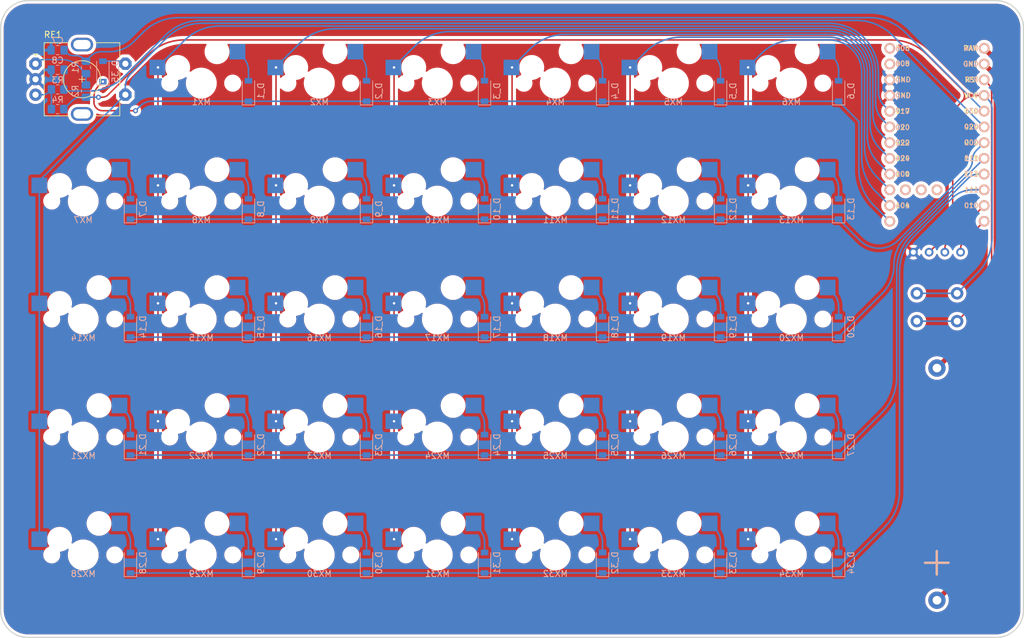
<source format=kicad_pcb>
(kicad_pcb (version 20211014) (generator pcbnew)
  (layers (0 "F.Cu" signal) (31 "B.Cu" signal) (34 "B.Paste" user) (35 "F.Paste" user) (36 "B.SilkS" user "B.Silkscreen") (37 "F.SilkS" user "F.Silkscreen") (38 "B.Mask" user) (39 "F.Mask" user) (44 "Edge.Cuts" user))
  (net 0 "")
  (net 1 "Net-(BATT1-Pad1)")
  (net 2 "Net-(BATT1-Pad2)")
  (net 3 "VCC")
  (net 4 "Net-(R1-Pad2)")
  (net 5 "Net-(SW1-Pad2)")
  (net 9 "Earth")
  (net 12 "row0")
  (net 13 "row1")
  (net 14 "row2")
  (net 15 "row3")
  (net 16 "row4")
  (net 17 "col1")
  (net 18 "col2")
  (net 19 "col3")
  (net 20 "col4")
  (net 21 "col5")
  (net 22 "col6")
  (net 23 "col0")
  (net 24 "Net-(OLED1-Pad3)")
  (net 25 "Net-(OLED1-Pad4)")
  (net 26 "Net-(D_1-Pad2)")
  (net 27 "Net-(D_2-Pad2)")
  (net 28 "Net-(D_3-Pad2)")
  (net 29 "Net-(D_4-Pad2)")
  (net 30 "Net-(R3-Pad1)")
  (net 31 "Net-(D_5-Pad2)")
  (net 32 "Net-(D_6-Pad2)")
  (net 33 "Net-(D_7-Pad2)")
  (net 34 "Net-(D_8-Pad2)")
  (net 35 "Net-(D_9-Pad2)")
  (net 36 "Net-(D_10-Pad2)")
  (net 37 "Net-(D_11-Pad2)")
  (net 38 "Net-(D_12-Pad2)")
  (net 39 "Net-(D_13-Pad2)")
  (net 40 "Net-(D_14-Pad2)")
  (net 41 "Net-(D_15-Pad2)")
  (net 42 "Net-(D_16-Pad2)")
  (net 43 "Net-(D_17-Pad2)")
  (net 44 "Net-(D_18-Pad2)")
  (net 45 "Net-(D_19-Pad2)")
  (net 46 "Net-(D_20-Pad2)")
  (net 47 "Net-(D_21-Pad2)")
  (net 48 "Net-(D_22-Pad2)")
  (net 49 "Net-(D_23-Pad2)")
  (net 50 "Net-(D_24-Pad2)")
  (net 51 "Net-(D_25-Pad2)")
  (net 52 "Net-(D_26-Pad2)")
  (net 53 "Net-(D_27-Pad2)")
  (net 54 "Net-(D_28-Pad2)")
  (net 55 "Net-(D_29-Pad2)")
  (net 56 "Net-(D_30-Pad2)")
  (net 57 "Net-(D_31-Pad2)")
  (net 58 "Net-(D_32-Pad2)")
  (net 59 "Net-(D_33-Pad2)")
  (net 60 "Net-(D_34-Pad2)")
  (net 61 "P0.31")
  (net 62 "P0.29")
  (net 63 "Net-(RE1-PadS2)")
  (footprint "MX_Only:MXOnly-1U-Hotswap-NoLED" (layer "F.Cu") (at 135.89 123.19)
    (fp_text reference "MX33")
    (fp_text value "MX-NoLED")
  )
  (footprint "MX_Only:MXOnly-1U-Hotswap-NoLED" (layer "F.Cu") (at 97.79 123.19)
    (fp_text reference "MX31")
    (fp_text value "MX-NoLED")
  )
  (footprint "MX_Only:MXOnly-1U-Hotswap-NoLED" (layer "F.Cu") (at 59.69 104.14)
    (fp_text reference "MX22")
    (fp_text value "MX-NoLED")
  )
  (footprint "MX_Only:MXOnly-1U-Hotswap-NoLED" (layer "F.Cu") (at 116.84 66.04)
    (fp_text reference "MX11")
    (fp_text value "MX-NoLED")
  )
  (footprint "yuchi_kbd_lib:OLED_4Pin" (layer "F.Cu") (at 178.425 74.295)
    (fp_text reference "OLED1" hide)
    (fp_text value "Conn_01x04" hide)
  )
  (footprint "MX_Only:MXOnly-1U-Hotswap-NoLED" (layer "F.Cu") (at 78.74 123.19)
    (fp_text reference "MX30")
    (fp_text value "MX-NoLED")
  )
  (footprint "MX_Only:MXOnly-1U-Hotswap-NoLED" (layer "F.Cu") (at 78.74 85.09)
    (fp_text reference "MX16")
    (fp_text value "MX-NoLED")
  )
  (footprint "MX_Only:MXOnly-1U-Hotswap-NoLED" (layer "F.Cu") (at 135.89 104.14)
    (fp_text reference "MX26")
    (fp_text value "MX-NoLED")
  )
  (footprint "MX_Only:MXOnly-1U-Hotswap-NoLED" (layer "F.Cu") (at 135.89 66.04)
    (fp_text reference "MX12")
    (fp_text value "MX-NoLED")
  )
  (footprint "MX_Only:MXOnly-1U-Hotswap-NoLED" (layer "F.Cu") (at 154.94 46.99)
    (fp_text reference "MX6")
    (fp_text value "MX-NoLED")
  )
  (footprint "MX_Only:MXOnly-1U-Hotswap-NoLED" (layer "F.Cu") (at 154.94 104.14)
    (fp_text reference "MX27")
    (fp_text value "MX-NoLED")
  )
  (footprint "MX_Only:MXOnly-1U-Hotswap-NoLED" (layer "F.Cu") (at 154.94 85.09)
    (fp_text reference "MX20")
    (fp_text value "MX-NoLED")
  )
  (footprint "MX_Only:MXOnly-1U-Hotswap-NoLED" (layer "F.Cu") (at 40.64 85.09)
    (fp_text reference "MX14")
    (fp_text value "MX-NoLED")
  )
  (footprint "MX_Only:MXOnly-1U-Hotswap-NoLED" (layer "F.Cu") (at 116.84 104.14)
    (fp_text reference "MX25")
    (fp_text value "MX-NoLED")
  )
  (footprint "Rotary_Encoder:RotaryEncoder_Alps_EC11E-Switch_Vertical_H20mm" (layer "F.Cu") (at 32.94 43.855)
    (fp_text reference "RE1")
    (fp_text value "RotaryEncoder_Switch")
  )
  (footprint "MX_Only:MXOnly-1U-Hotswap-NoLED" (layer "F.Cu") (at 40.64 104.14)
    (fp_text reference "MX21")
    (fp_text value "MX-NoLED")
  )
  (footprint "MX_Only:MXOnly-1U-Hotswap-NoLED" (layer "F.Cu") (at 135.89 85.09)
    (fp_text reference "MX19")
    (fp_text value "MX-NoLED")
  )
  (footprint "MX_Only:MXOnly-1U-Hotswap-NoLED" (layer "F.Cu") (at 154.94 123.19)
    (fp_text reference "MX34")
    (fp_text value "MX-NoLED")
  )
  (footprint "MX_Only:MXOnly-1U-Hotswap-NoLED" (layer "F.Cu") (at 40.64 66.04)
    (fp_text reference "MX7")
    (fp_text value "MX-NoLED")
  )
  (footprint "MX_Only:MXOnly-1U-Hotswap-NoLED" (layer "F.Cu") (at 59.69 66.04)
    (fp_text reference "MX8")
    (fp_text value "MX-NoLED")
  )
  (footprint "nice-nano-kicad-master:nice_nano" (layer "F.Cu") (at 178.435 55.32675 -90)
    (fp_text reference "U1" hide)
    (fp_text value "nice_nano" hide)
  )
  (footprint "MX_Only:MXOnly-1U-Hotswap-NoLED" (layer "F.Cu") (at 78.74 66.04)
    (fp_text reference "MX9")
    (fp_text value "MX-NoLED")
  )
  (footprint "MX_Only:MXOnly-1U-Hotswap-NoLED" (layer "F.Cu") (at 97.79 104.14)
    (fp_text reference "MX24")
    (fp_text value "MX-NoLED")
  )
  (footprint "MX_Only:MXOnly-1U-Hotswap-NoLED" (layer "F.Cu") (at 59.69 46.99)
    (fp_text reference "MX1")
    (fp_text value "MX-NoLED")
  )
  (footprint "MX_Only:MXOnly-1U-Hotswap-NoLED" (layer "F.Cu") (at 97.79 46.99)
    (fp_text reference "MX3")
    (fp_text value "MX-NoLED")
  )
  (footprint "MX_Only:MXOnly-1U-Hotswap-NoLED" (layer "F.Cu") (at 97.79 85.09)
    (fp_text reference "MX17")
    (fp_text value "MX-NoLED")
  )
  (footprint "MX_Only:MXOnly-1U-Hotswap-NoLED" (layer "F.Cu") (at 59.69 123.19)
    (fp_text reference "MX29")
    (fp_text value "MX-NoLED")
  )
  (footprint "Button_Switch_THT:SW_PUSH_6mm_H5mm" (layer "F.Cu") (at 175.185 80.935)
    (fp_text reference "SW1" hide)
    (fp_text value "SW_Push_Dual")
  )
  (footprint "MX_Only:MXOnly-1U-Hotswap-NoLED" (layer "F.Cu") (at 97.79 66.04)
    (fp_text reference "MX10")
    (fp_text value "MX-NoLED")
  )
  (footprint "MX_Only:MXOnly-1U-Hotswap-NoLED" (layer "F.Cu") (at 154.94 66.04)
    (fp_text reference "MX13")
    (fp_text value "MX-NoLED")
  )
  (footprint "MX_Only:MXOnly-1U-Hotswap-NoLED" (layer "F.Cu") (at 40.64 123.19)
    (fp_text reference "MX28")
    (fp_text value "MX-NoLED")
  )
  (footprint "Capacitor_THT:C_Rect_L41.5mm_W20.0mm_P37.50mm_MKS4" (layer "F.Cu") (at 178.435 93.01 -90)
    (fp_text reference "BATT1" hide)
    (fp_text value "Conn_02x01")
  )
  (footprint "MX_Only:MXOnly-1U-Hotswap-NoLED" (layer "F.Cu") (at 59.69 85.09)
    (fp_text reference "MX15")
    (fp_text value "MX-NoLED")
  )
  (footprint "MX_Only:MXOnly-1U-Hotswap-NoLED" (layer "F.Cu") (at 78.74 104.14)
    (fp_text reference "MX23")
    (fp_text value "MX-NoLED")
  )
  (footprint "MX_Only:MXOnly-1U-Hotswap-NoLED" (layer "F.Cu") (at 135.89 46.99)
    (fp_text reference "MX5")
    (fp_text value "MX-NoLED")
  )
  (footprint "MX_Only:MXOnly-1U-Hotswap-NoLED" (layer "F.Cu") (at 116.84 123.19)
    (fp_text reference "MX32")
    (fp_text value "MX-NoLED")
  )
  (footprint "MX_Only:MXOnly-1U-Hotswap-NoLED" (layer "F.Cu") (at 116.84 85.09)
    (fp_text reference "MX18")
    (fp_text value "MX-NoLED")
  )
  (footprint "MX_Only:MXOnly-1U-Hotswap-NoLED" (layer "F.Cu") (at 78.74 46.99)
    (fp_text reference "MX2")
    (fp_text value "MX-NoLED")
  )
  (footprint "MX_Only:MXOnly-1U-Hotswap-NoLED" (layer "F.Cu") (at 116.84 46.99)
    (fp_text reference "MX4")
    (fp_text value "MX-NoLED")
  )
  (footprint "Diode_SMD:D_SOD-123" (layer "B.Cu") (at 86.36 105.41 90)
    (fp_text reference "D_23")
    (fp_text value "D")
  )
  (footprint "Resistor_SMD:R_0805_2012Metric_Pad1.20x1.40mm_HandSolder" (layer "B.Cu") (at 36.507 51.181 180)
    (fp_text reference "R4")
    (fp_text value "R_Small")
  )
  (footprint "Diode_SMD:D_SOD-123" (layer "B.Cu") (at 67.31 105.41 90)
    (fp_text reference "D_22")
    (fp_text value "D")
  )
  (footprint "Diode_SMD:D_SOD-123" (layer "B.Cu") (at 124.46 67.31 90)
    (fp_text reference "D_11")
    (fp_text value "D")
  )
  (footprint "Diode_SMD:D_SOD-123" (layer "B.Cu") (at 48.26 124.46 90)
    (fp_text reference "D_28")
    (fp_text value "D")
  )
  (footprint "Diode_SMD:D_SOD-123" (layer "B.Cu") (at 143.51 86.36 90)
    (fp_text reference "D_19")
    (fp_text value "D")
  )
  (footprint "Diode_SMD:D_SOD-123" (layer "B.Cu") (at 67.31 48.26 90)
    (fp_text reference "D_1")
    (fp_text value "D")
  )
  (footprint "Diode_SMD:D_SOD-123" (layer "B.Cu") (at 48.26 105.41 90)
    (fp_text reference "D_21")
    (fp_text value "D")
  )
  (footprint "Diode_SMD:D_SOD-123" (layer "B.Cu") (at 162.56 86.36 90)
    (fp_text reference "D_20")
    (fp_text value "D")
  )
  (footprint "Diode_SMD:D_SOD-123" (layer "B.Cu") (at 105.41 105.41 90)
    (fp_text reference "D_24")
    (fp_text value "D")
  )
  (footprint "Diode_SMD:D_SOD-123" (layer "B.Cu") (at 86.36 86.36 90)
    (fp_text reference "D_16")
    (fp_text value "D")
  )
  (footprint "Capacitor_SMD:C_0805_2012Metric_Pad1.18x1.45mm_HandSolder" (layer "B.Cu") (at 36.507 41.656)
    (fp_text reference "C7")
    (fp_text value "C_Small")
  )
  (footprint "Diode_SMD:D_SOD-123" (layer "B.Cu") (at 143.51 67.31 90)
    (fp_text reference "D_12")
    (fp_text value "D")
  )
  (footprint "Diode_SMD:D_SOD-123" (layer "B.Cu") (at 162.56 48.26 90)
    (fp_text reference "D_6")
    (fp_text value "D")
  )
  (footprint "Diode_SMD:D_SOD-123" (layer "B.Cu") (at 48.26 67.31 90)
    (fp_text reference "D_7")
    (fp_text value "D")
  )
  (footprint "Diode_SMD:D_SOD-123" (layer "B.Cu") (at 124.46 48.26 90)
    (fp_text reference "D_4")
    (fp_text value "D")
  )
  (footprint "Diode_SMD:D_SOD-123" (layer "B.Cu") (at 105.41 48.26 90)
    (fp_text reference "D_3")
    (fp_text value "D")
  )
  (footprint "Diode_SMD:D_SOD-123" (layer "B.Cu") (at 67.31 124.46 90)
    (fp_text reference "D_29")
    (fp_text value "D")
  )
  (footprint "Diode_SMD:D_SOD-123" (layer "B.Cu") (at 86.36 67.31 90)
    (fp_text reference "D_9")
    (fp_text value "D")
  )
  (footprint "Diode_SMD:D_SOD-123" (layer "B.Cu") (at 124.46 124.46 90)
    (fp_text reference "D_32")
    (fp_text value "D")
  )
  (footprint "Capacitor_SMD:C_0805_2012Metric_Pad1.18x1.45mm_HandSolder" (layer "B.Cu") (at 36.507 44.831 180)
    (fp_text reference "C8")
    (fp_text value "C_Small")
  )
  (footprint "Diode_SMD:D_SOD-123" (layer "B.Cu") (at 86.36 124.46 90)
    (fp_text reference "D_30")
    (fp_text value "D")
  )
  (footprint "Resistor_SMD:R_0805_2012Metric_Pad1.20x1.40mm_HandSolder" (layer "B.Cu") (at 41.079 44.45 -90)
    (fp_text reference "R1")
    (fp_text value "R_Small")
  )
  (footprint "Diode_SMD:D_SOD-123" (layer "B.Cu") (at 162.56 105.41 90)
    (fp_text reference "D_27")
    (fp_text value "D")
  )
  (footprint "Diode_SMD:D_SOD-123" (layer "B.Cu") (at 67.31 67.31 90)
    (fp_text reference "D_8")
    (fp_text value "D")
  )
  (footprint "Diode_SMD:D_SOD-123" (layer "B.Cu") (at 86.36 48.26 90)
    (fp_text reference "D_2")
    (fp_text value "D")
  )
  (footprint "Diode_SMD:D_SOD-123" (layer "B.Cu") (at 43.815 45.085 90)
    (fp_text reference "D_35")
    (fp_text value "D")
  )
  (footprint "Diode_SMD:D_SOD-123" (layer "B.Cu") (at 48.26 86.36 90)
    (fp_text reference "D_14")
    (fp_text value "D")
  )
  (footprint "Diode_SMD:D_SOD-123" (layer "B.Cu") (at 105.41 124.46 90)
    (fp_text reference "D_31")
    (fp_text value "D")
  )
  (footprint "Diode_SMD:D_SOD-123" (layer "B.Cu") (at 124.46 105.41 90)
    (fp_text reference "D_25")
    (fp_text value "D")
  )
  (footprint "Diode_SMD:D_SOD-123" (layer "B.Cu") (at 143.51 124.46 90)
    (fp_text reference "D_33")
    (fp_text value "D")
  )
  (footprint "Resistor_SMD:R_0805_2012Metric_Pad1.20x1.40mm_HandSolder" (layer "B.Cu") (at 36.507 48.006)
    (fp_text reference "R3")
    (fp_text value "R_Small")
  )
  (footprint "Diode_SMD:D_SOD-123" (layer "B.Cu") (at 143.51 48.26 90)
    (fp_text reference "D_5")
    (fp_text value "D")
  )
  (footprint "Diode_SMD:D_SOD-123" (layer "B.Cu") (at 143.51 105.41 90)
    (fp_text reference "D_26")
    (fp_text value "D")
  )
  (footprint "Diode_SMD:D_SOD-123" (layer "B.Cu") (at 162.56 67.31 90)
    (fp_text reference "D_13")
    (fp_text value "D")
  )
  (footprint "Diode_SMD:D_SOD-123" (layer "B.Cu") (at 105.41 67.31 90)
    (fp_text reference "D_10")
    (fp_text value "D")
  )
  (footprint "Diode_SMD:D_SOD-123" (layer "B.Cu") (at 105.41 86.36 90)
    (fp_text reference "D_17")
    (fp_text value "D")
  )
  (footprint "Diode_SMD:D_SOD-123" (layer "B.Cu") (at 67.31 86.36 90)
    (fp_text reference "D_15")
    (fp_text value "D")
  )
  (footprint "Diode_SMD:D_SOD-123" (layer "B.Cu") (at 124.46 86.36 90)
    (fp_text reference "D_18")
    (fp_text value "D")
  )
  (footprint "Resistor_SMD:R_0805_2012Metric_Pad1.20x1.40mm_HandSolder" (layer "B.Cu") (at 41.079 48.26 90)
    (fp_text reference "R2")
    (fp_text value "R_Small")
  )
  (footprint "Diode_SMD:D_SOD-123" (layer "B.Cu") (at 162.56 124.46 90)
    (fp_text reference "D_34")
    (fp_text value "D")
  )
  (gr_arc (start 31.75 136.525) (mid 28.602727 135.227273) (end 27.305 132.08) (layer "Edge.Cuts") (width 0.2))
  (gr_arc (start 192.405 132.08) (mid 191.107487 135.227487) (end 187.96 136.525) (layer "Edge.Cuts") (width 0.2))
  (gr_line (start 187.96 33.655) (end 31.75 33.655) (layer "Edge.Cuts") (width 0.2))
  (gr_arc (start 187.96 33.655) (mid 191.106908 34.953092) (end 192.405 38.1) (layer "Edge.Cuts") (width 0.2))
  (gr_line (start 27.305 38.1) (end 27.305 132.08) (layer "Edge.Cuts") (width 0.2))
  (gr_arc (start 27.305 38.1) (mid 28.60691 34.95691) (end 31.75 33.655) (layer "Edge.Cuts") (width 0.2))
  (gr_line (start 31.75 136.525) (end 187.96 136.525) (layer "Edge.Cuts") (width 0.2))
  (gr_line (start 192.405 132.08) (end 192.405 38.1) (layer "Edge.Cuts") (width 0.2))
  (segment (start 187.017665 44.859415) (end 186.055 43.89675) (width 0.8) (layer "F.Cu") (net 1))
  (segment (start 187.980331 80.083721) (end 187.980331 47.183495) (width 0.8) (layer "F.Cu") (net 1))
  (segment (start 185.58964 85.855359) (end 178.435 93.01) (width 0.8) (layer "F.Cu") (net 1))
  (arc (start 187.017665 44.859415) (mid 187.730142 45.925712) (end 187.980331 47.183495) (width 0.8) (layer "F.Cu") (net 1))
  (arc (start 187.980331 80.083721) (mid 187.35901 83.207309) (end 185.58964 85.855359) (width 0.8) (layer "F.Cu") (net 1))
  (segment (start 186.589159 122.35584) (end 178.435 130.51) (width 0.8) (layer "F.Cu") (net 2))
  (segment (start 188.97985 46.349781) (end 188.97985 116.584202) (width 0.8) (layer "F.Cu") (net 2))
  (segment (start 187.517425 42.819175) (end 186.055 41.35675) (width 0.8) (layer "F.Cu") (net 2))
  (arc (start 188.97985 116.584202) (mid 188.358529 119.70779) (end 186.589159 122.35584) (width 0.8) (layer "F.Cu") (net 2))
  (arc (start 187.517425 42.819175) (mid 188.599778 44.43903) (end 188.97985 46.349781) (width 0.8) (layer "F.Cu") (net 2))
  (segment (start 44.685425 48.844574) (end 51.134309 42.39569) (width 0.25) (layer "F.Cu") (net 3))
  (segment (start 176.85219 42.39569) (end 182.506321 48.049821) (width 0.25) (layer "F.Cu") (net 3))
  (segment (start 171.080552 40.005) (end 56.905947 40.005) (width 0.25) (layer "F.Cu") (net 3))
  (segment (start 184.744125 48.97675) (end 186.055 48.97675) (width 0.25) (layer "F.Cu") (net 3))
  (segment (start 182.506321 49.903678) (end 182.204125 50.205875) (width 0.25) (layer "F.Cu") (net 3))
  (segment (start 43.095 49.26) (end 43.095 49.165) (width 0.25) (layer "F.Cu") (net 3))
  (segment (start 179.07 72.39) (end 177.165 74.295) (width 0.25) (layer "F.Cu") (net 3))
  (segment (start 180.975 67.790923) (end 180.975 53.173245) (width 0.25) (layer "F.Cu") (net 3))
  (segment (start 43.095 49.26) (end 43.6825 49.26) (width 0.25) (layer "F.Cu") (net 3))
  (via (at 43.095 49.26) (size 0.8) (drill 0.4) (layers "F.Cu" "B.Cu") (net 3))
  (arc (start 184.744125 48.97675) (mid 183.533034 49.21765) (end 182.506321 49.903678) (width 0.25) (layer "F.Cu") (net 3))
  (arc (start 44.685425 48.844574) (mid 44.225279 49.152034) (end 43.6825 49.26) (width 0.25) (layer "F.Cu") (net 3))
  (arc (start 176.85219 42.39569) (mid 174.20414 40.62632) (end 171.080552 40.005) (width 0.25) (layer "F.Cu") (net 3))
  (arc (start 182.506321 49.903678) (mid 182.890267 48.976749) (end 182.506321 48.049821) (width 0.25) (layer "F.Cu") (net 3))
  (arc (start 182.204125 50.205875) (mid 181.294439 51.567315) (end 180.975 53.173245) (width 0.25) (layer "F.Cu") (net 3))
  (arc (start 56.905947 40.005) (mid 53.782359 40.62632) (end 51.134309 42.39569) (width 0.25) (layer "F.Cu") (net 3))
  (arc (start 180.975 67.790923) (mid 180.479906 70.279925) (end 179.07 72.39) (width 0.25) (layer "F.Cu") (net 3))
  (arc (start 182.506321 48.049821) (mid 183.533034 48.735849) (end 184.744125 48.97675) (width 0.25) (layer "F.Cu") (net 3))
  (segment (start 186.69 49.61175) (end 186.055 48.97675) (width 0.25) (layer "B.Cu") (net 3))
  (segment (start 41.079 49.26) (end 43.095 49.26) (width 0.25) (layer "B.Cu") (net 3))
  (segment (start 187.325 51.144775) (end 187.325 71.914052) (width 0.25) (layer "B.Cu") (net 3))
  (segment (start 181.685 80.935) (end 184.934309 77.68569) (width 0.25) (layer "B.Cu") (net 3))
  (segment (start 41.079 49.26) (end 40.2535 49.26) (width 0.25) (layer "B.Cu") (net 3))
  (segment (start 38.844283 49.843716) (end 37.507 51.181) (width 0.25) (layer "B.Cu") (net 3))
  (segment (start 181.685 80.935) (end 175.185 80.935) (width 0.25) (layer "B.Cu") (net 3))
  (arc (start 187.325 71.914052) (mid 186.703679 75.03764) (end 184.934309 77.68569) (width 0.25) (layer "B.Cu") (net 3))
  (arc (start 40.2535 49.26) (mid 39.490837 49.411702) (end 38.844283 49.843716) (width 0.25) (layer "B.Cu") (net 3))
  (arc (start 186.69 49.61175) (mid 187.159968 50.315107) (end 187.325 51.144775) (width 0.25) (layer "B.Cu") (net 3))
  (segment (start 33.3425 43.5175) (end 33.005 43.855) (width 0.25) (layer "B.Cu") (net 4))
  (segment (start 41.079 45.45) (end 41.079 47.26) (width 0.25) (layer "B.Cu") (net 4))
  (segment (start 37.203867 43.18) (end 34.157297 43.18) (width 0.25) (layer "B.Cu") (net 4))
  (segment (start 41.079 45.45) (end 39.944 44.315) (width 0.25) (layer "B.Cu") (net 4))
  (arc (start 34.157297 43.18) (mid 33.716332 43.267713) (end 33.3425 43.5175) (width 0.25) (layer "B.Cu") (net 4))
  (arc (start 39.944 44.315) (mid 38.686816 43.474976) (end 37.203867 43.18) (width 0.25) (layer "B.Cu") (net 4))
  (segment (start 187.255811 76.483241) (end 187.255811 48.486662) (width 0.25) (layer "F.Cu") (net 5))
  (segment (start 184.86512 82.254879) (end 181.685 85.435) (width 0.25) (layer "F.Cu") (net 5))
  (segment (start 186.655405 47.037155) (end 186.055 46.43675) (width 0.25) (layer "F.Cu") (net 5))
  (arc (start 186.655405 47.037155) (mid 187.09977 47.702194) (end 187.255811 48.486662) (width 0.25) (layer "F.Cu") (net 5))
  (arc (start 187.255811 76.483241) (mid 186.63449 79.606829) (end 184.86512 82.254879) (width 0.25) (layer "F.Cu") (net 5))
  (segment (start 175.185 85.435) (end 181.685 85.435) (width 0.25) (layer "B.Cu") (net 5))
  (segment (start 42.370489 50.053078) (end 42.370489 49.201934) (width 0.25) (layer "F.Cu") (net 12))
  (segment (start 43.815 46.736) (end 43.092744 47.458255) (width 0.25) (layer "F.Cu") (net 12))
  (segment (start 43.75241 51.435) (end 49.08 51.435) (width 0.25) (layer "F.Cu") (net 12))
  (via (at 49.08 51.435) (size 0.8) (drill 0.4) (layers "F.Cu" "B.Cu") (net 12))
  (via (at 43.815 46.736) (size 0.8) (drill 0.4) (layers "F.Cu" "B.Cu") (net 12))
  (arc (start 43.092744 47.458255) (mid 42.558196 48.258261) (end 42.370489 49.201934) (width 0.25) (layer "F.Cu") (net 12))
  (arc (start 42.775244 51.030244) (mid 43.223571 51.329807) (end 43.75241 51.435) (width 0.25) (layer "F.Cu") (net 12))
  (arc (start 42.370489 50.053078) (mid 42.475681 50.581916) (end 42.775244 51.030244) (width 0.25) (layer "F.Cu") (net 12))
  (segment (start 162.37 49.91) (end 162.75 49.91) (width 0.25) (layer "B.Cu") (net 12))
  (segment (start 49.8425 50.6725) (end 49.08 51.435) (width 0.25) (layer "B.Cu") (net 12))
  (segment (start 162.75 49.91) (end 162.94 49.91) (width 0.25) (layer "B.Cu") (net 12))
  (segment (start 165.84192 53.2125) (end 165.84192 53.25366) (width 0.25) (layer "B.Cu") (net 12))
  (segment (start 51.683337 49.91) (end 67.31 49.91) (width 0.25) (layer "B.Cu") (net 12))
  (segment (start 165.827367 53.177367) (end 162.69435 50.04435) (width 0.25) (layer "B.Cu") (net 12))
  (segment (start 67.31 49.91) (end 162.37 49.91) (width 0.25) (layer "B.Cu") (net 12))
  (segment (start 165.84192 60.942722) (end 165.84192 53.25366) (width 0.25) (layer "B.Cu") (net 12))
  (segment (start 168.23261 66.71436) (end 170.815 69.29675) (width 0.25) (layer "B.Cu") (net 12))
  (arc (start 165.827367 53.177367) (mid 165.838137 53.193486) (end 165.84192 53.2125) (width 0.25) (layer "B.Cu") (net 12))
  (arc (start 51.683337 49.91) (mid 50.687083 50.108167) (end 49.8425 50.6725) (width 0.25) (layer "B.Cu") (net 12))
  (arc (start 162.75 49.91) (mid 162.67729 49.958583) (end 162.69435 50.04435) (width 0.25) (layer "B.Cu") (net 12))
  (arc (start 165.84192 60.942722) (mid 166.46324 64.06631) (end 168.23261 66.71436) (width 0.25) (layer "B.Cu") (net 12))
  (arc (start 162.69435 50.04435) (mid 162.545537 49.944916) (end 162.37 49.91) (width 0.25) (layer "B.Cu") (net 12))
  (segment (start 162.56 68.96) (end 48.26 68.96) (width 0.25) (layer "B.Cu") (net 13))
  (segment (start 165.974468 72.374468) (end 162.56 68.96) (width 0.25) (layer "B.Cu") (net 13))
  (segment (start 184.823265 57.828484) (end 186.055 56.59675) (width 0.25) (layer "B.Cu") (net 13))
  (segment (start 183.476734 61.079297) (end 172.181563 72.374468) (width 0.25) (layer "B.Cu") (net 13))
  (arc (start 184.823265 57.828484) (mid 184.324975 58.574227) (end 184.15 59.453891) (width 0.25) (layer "B.Cu") (net 13))
  (arc (start 165.974468 72.374468) (mid 167.398388 73.325901) (end 169.078016 73.66) (width 0.25) (layer "B.Cu") (net 13))
  (arc (start 172.181563 72.374468) (mid 170.757643 73.325901) (end 169.078016 73.66) (width 0.25) (layer "B.Cu") (net 13))
  (arc (start 184.15 59.453891) (mid 183.975023 60.333554) (end 183.476734 61.079297) (width 0.25) (layer "B.Cu") (net 13))
  (segment (start 162.4325 88.01) (end 48.26 88.01) (width 0.25) (layer "B.Cu") (net 14))
  (segment (start 169.589376 80.980623) (end 162.650156 87.919843) (width 0.25) (layer "B.Cu") (net 14))
  (segment (start 162.6875 88.01) (end 162.815 88.01) (width 0.25) (layer "B.Cu") (net 14))
  (segment (start 186.055 59.413375) (end 186.055 59.69) (width 0.25) (layer "B.Cu") (net 14))
  (segment (start 173.392373 71.799376) (end 185.859396 59.332353) (width 0.25) (layer "B.Cu") (net 14))
  (segment (start 162.6875 88.01) (end 162.4325 88.01) (width 0.25) (layer "B.Cu") (net 14))
  (arc (start 162.650156 87.919843) (mid 162.638707 87.977397) (end 162.6875 88.01) (width 0.25) (layer "B.Cu") (net 14))
  (arc (start 186.055 59.413375) (mid 185.984266 59.307515) (end 185.859396 59.332353) (width 0.25) (layer "B.Cu") (net 14))
  (arc (start 173.392373 71.799376) (mid 171.985058 73.905572) (end 171.490875 76.39) (width 0.25) (layer "B.Cu") (net 14))
  (arc (start 171.490875 76.39) (mid 170.996691 78.874427) (end 169.589376 80.980623) (width 0.25) (layer "B.Cu") (net 14))
  (arc (start 162.4325 88.01) (mid 162.550294 87.986568) (end 162.650156 87.919843) (width 0.25) (layer "B.Cu") (net 14))
  (segment (start 171.940395 94.448657) (end 171.940395 77.26802) (width 0.25) (layer "B.Cu") (net 15))
  (segment (start 183.477452 62.350015) (end 174.331085 71.496382) (width 0.25) (layer "B.Cu") (net 15))
  (segment (start 185.102859 61.67675) (end 186.055 61.67675) (width 0.25) (layer "B.Cu") (net 15))
  (segment (start 162.485 107.06) (end 48.26 107.06) (width 0.25) (layer "B.Cu") (net 15))
  (segment (start 162.485 107.06) (end 162.635 107.06) (width 0.25) (layer "B.Cu") (net 15))
  (segment (start 162.635 107.06) (end 162.485 107.06) (width 0.25) (layer "B.Cu") (net 15))
  (segment (start 162.635 107.06) (end 162.815 107.06) (width 0.25) (layer "B.Cu") (net 15))
  (segment (start 162.763033 107.006966) (end 169.549704 100.220295) (width 0.25) (layer "B.Cu") (net 15))
  (arc (start 162.635 107.06) (mid 162.635 107.06) (end 162.635 107.06) (width 0.25) (layer "B.Cu") (net 15))
  (arc (start 162.763033 107.006966) (mid 162.70429 107.046216) (end 162.635 107.06) (width 0.25) (layer "B.Cu") (net 15))
  (arc (start 171.940395 94.448657) (mid 171.319074 97.572245) (end 169.549704 100.220295) (width 0.25) (layer "B.Cu") (net 15))
  (arc (start 185.102859 61.67675) (mid 184.223195 61.851725) (end 183.477452 62.350015) (width 0.25) (layer "B.Cu") (net 15))
  (arc (start 174.331085 71.496382) (mid 172.561715 74.144432) (end 171.940395 77.26802) (width 0.25) (layer "B.Cu") (net 15))
  (segment (start 169.999224 118.670775) (end 162.56 126.11) (width 0.25) (layer "B.Cu") (net 16))
  (segment (start 162.56 126.11) (end 48.26 126.11) (width 0.25) (layer "B.Cu") (net 16))
  (segment (start 184.150718 64.21675) (end 186.055 64.21675) (width 0.25) (layer "B.Cu") (net 16))
  (segment (start 174.780605 71.68258) (end 180.899905 65.56328) (width 0.25) (layer "B.Cu") (net 16))
  (segment (start 172.389915 112.899137) (end 172.389915 77.454218) (width 0.25) (layer "B.Cu") (net 16))
  (arc (start 184.150718 64.21675) (mid 182.39139 64.566701) (end 180.899905 65.56328) (width 0.25) (layer "B.Cu") (net 16))
  (arc (start 174.780605 71.68258) (mid 173.011235 74.33063) (end 172.389915 77.454218) (width 0.25) (layer "B.Cu") (net 16))
  (arc (start 172.389915 112.899137) (mid 171.768594 116.022725) (end 169.999224 118.670775) (width 0.25) (layer "B.Cu") (net 16))
  (segment (start 52.705 44.45) (end 52.705 120.65) (width 0.25) (layer "F.Cu") (net 17))
  (via (at 52.705 63.5) (size 0.8) (drill 0.4) (layers "F.Cu" "B.Cu") (net 17))
  (via (at 52.705 44.45) (size 0.8) (drill 0.4) (layers "F.Cu" "B.Cu") (net 17))
  (via (at 52.705 82.55) (size 0.8) (drill 0.4) (layers "F.Cu" "B.Cu") (net 17))
  (via (at 52.705 120.65) (size 0.8) (drill 0.4) (layers "F.Cu" "B.Cu") (net 17))
  (via (at 52.705 101.6) (size 0.8) (drill 0.4) (layers "F.Cu" "B.Cu") (net 17))
  (segment (start 169.67702 52.91877) (end 170.815 54.05675) (width 0.25) (layer "B.Cu") (net 17))
  (segment (start 161.00549 37.7574) (end 62.678547 37.7574) (width 0.25) (layer "B.Cu") (net 17))
  (segment (start 56.906909 40.14809) (end 52.605 44.45) (width 0.25) (layer "B.Cu") (net 17))
  (segment (start 168.53904 45.290949) (end 168.53904 50.171443) (width 0.25) (layer "B.Cu") (net 17))
  (arc (start 168.53904 50.171443) (mid 168.834791 51.658285) (end 169.67702 52.91877) (width 0.25) (layer "B.Cu") (net 17))
  (arc (start 166.332514 39.963925) (mid 167.965582 42.407984) (end 168.53904 45.290949) (width 0.25) (layer "B.Cu") (net 17))
  (arc (start 62.678547 37.7574) (mid 59.554959 38.37872) (end 56.906909 40.14809) (width 0.25) (layer "B.Cu") (net 17))
  (arc (start 166.332514 39.963925) (mid 163.888454 38.330857) (end 161.00549 37.7574) (width 0.25) (layer "B.Cu") (net 17))
  (segment (start 71.755 44.45) (end 71.755 120.65) (width 0.25) (layer "F.Cu") (net 18))
  (via (at 71.755 82.55) (size 0.8) (drill 0.4) (layers "F.Cu" "B.Cu") (net 18))
  (via (at 71.755 101.6) (size 0.8) (drill 0.4) (layers "F.Cu" "B.Cu") (net 18))
  (via (at 71.755 63.5) (size 0.8) (drill 0.4) (layers "F.Cu" "B.Cu") (net 18))
  (via (at 71.755 44.45) (size 0.8) (drill 0.4) (layers "F.Cu" "B.Cu") (net 18))
  (via (at 71.755 120.65) (size 0.8) (drill 0.4) (layers "F.Cu" "B.Cu") (net 18))
  (segment (start 168.08952 45.29095) (end 168.08952 51.944064) (width 0.25) (layer "B.Cu") (net 18))
  (segment (start 81.279027 38.20692) (end 161.005489 38.20692) (width 0.25) (layer "B.Cu") (net 18))
  (segment (start 169.45226 55.23401) (end 170.815 56.59675) (width 0.25) (layer "B.Cu") (net 18))
  (segment (start 75.507389 40.59761) (end 71.655 44.45) (width 0.25) (layer "B.Cu") (net 18))
  (arc (start 166.014655 40.281784) (mid 167.55028 42.580009) (end 168.08952 45.29095) (width 0.25) (layer "B.Cu") (net 18))
  (arc (start 166.014655 40.281784) (mid 163.71643 38.746159) (end 161.005489 38.20692) (width 0.25) (layer "B.Cu") (net 18))
  (arc (start 168.08952 51.944064) (mid 168.443684 53.72457) (end 169.45226 55.23401) (width 0.25) (layer "B.Cu") (net 18))
  (arc (start 81.279027 38.20692) (mid 78.155439 38.82824) (end 75.507389 40.59761) (width 0.25) (layer "B.Cu") (net 18))
  (segment (start 90.805 120.65) (end 90.805 44.45) (width 0.25) (layer "F.Cu") (net 19))
  (via (at 90.805 101.6) (size 0.8) (drill 0.4) (layers "F.Cu" "B.Cu") (net 19))
  (via (at 90.805 82.55) (size 0.8) (drill 0.4) (layers "F.Cu" "B.Cu") (net 19))
  (via (at 90.805 44.45) (size 0.8) (drill 0.4) (layers "F.Cu" "B.Cu") (net 19))
  (via (at 90.805 63.5) (size 0.8) (drill 0.4) (layers "F.Cu" "B.Cu") (net 19))
  (via (at 90.805 120.65) (size 0.8) (drill 0.4) (layers "F.Cu" "B.Cu") (net 19))
  (segment (start 167.64 45.29095) (end 167.64 53.716685) (width 0.25) (layer "B.Cu") (net 19))
  (segment (start 169.2275 57.54925) (end 170.815 59.13675) (width 0.25) (layer "B.Cu") (net 19))
  (segment (start 161.005489 38.65644) (end 99.879507 38.65644) (width 0.25) (layer "B.Cu") (net 19))
  (segment (start 94.107869 41.04713) (end 90.705 44.45) (width 0.25) (layer "B.Cu") (net 19))
  (arc (start 167.64 53.716685) (mid 168.052577 55.790854) (end 169.2275 57.54925) (width 0.25) (layer "B.Cu") (net 19))
  (arc (start 99.879507 38.65644) (mid 96.755919 39.27776) (end 94.107869 41.04713) (width 0.25) (layer "B.Cu") (net 19))
  (arc (start 165.696797 40.599643) (mid 163.544406 39.161462) (end 161.005489 38.65644) (width 0.25) (layer "B.Cu") (net 19))
  (arc (start 165.696797 40.599643) (mid 167.134977 42.752032) (end 167.64 45.29095) (width 0.25) (layer "B.Cu") (net 19))
  (segment (start 109.855 120.65) (end 109.855 44.45) (width 0.25) (layer "F.Cu") (net 20))
  (via (at 109.855 82.55) (size 0.8) (drill 0.4) (layers "F.Cu" "B.Cu") (net 20))
  (via (at 109.855 101.6) (size 0.8) (drill 0.4) (layers "F.Cu" "B.Cu") (net 20))
  (via (at 109.855 120.65) (size 0.8) (drill 0.4) (layers "F.Cu" "B.Cu") (net 20))
  (via (at 109.855 44.45) (size 0.8) (drill 0.4) (layers "F.Cu" "B.Cu") (net 20))
  (via (at 109.855 63.5) (size 0.8) (drill 0.4) (layers "F.Cu" "B.Cu") (net 20))
  (segment (start 112.708349 41.49665) (end 109.755 44.45) (width 0.25) (layer "B.Cu") (net 20))
  (segment (start 118.479987 39.10596) (end 161.005488 39.10596) (width 0.25) (layer "B.Cu") (net 20))
  (segment (start 169.00274 59.86449) (end 170.815 61.67675) (width 0.25) (layer "B.Cu") (net 20))
  (segment (start 167.19048 55.489307) (end 167.19048 45.290951) (width 0.25) (layer "B.Cu") (net 20))
  (arc (start 165.378938 40.917502) (mid 163.372382 39.576764) (end 161.005488 39.10596) (width 0.25) (layer "B.Cu") (net 20))
  (arc (start 165.378938 40.917502) (mid 166.719675 42.924057) (end 167.19048 45.290951) (width 0.25) (layer "B.Cu") (net 20))
  (arc (start 118.479987 39.10596) (mid 115.356399 39.72728) (end 112.708349 41.49665) (width 0.25) (layer "B.Cu") (net 20))
  (arc (start 167.19048 55.489307) (mid 167.661471 57.857139) (end 169.00274 59.86449) (width 0.25) (layer "B.Cu") (net 20))
  (segment (start 128.905 120.65) (end 128.905 44.45) (width 0.25) (layer "F.Cu") (net 21))
  (via (at 128.905 82.55) (size 0.8) (drill 0.4) (layers "F.Cu" "B.Cu") (net 21))
  (via (at 128.905 63.5) (size 0.8) (drill 0.4) (layers "F.Cu" "B.Cu") (net 21))
  (via (at 128.905 101.6) (size 0.8) (drill 0.4) (layers "F.Cu" "B.Cu") (net 21))
  (via (at 128.905 120.65) (size 0.8) (drill 0.4) (layers "F.Cu" "B.Cu") (net 21))
  (via (at 128.905 44.45) (size 0.8) (drill 0.4) (layers "F.Cu" "B.Cu") (net 21))
  (segment (start 137.180467 39.55548) (end 161.005485 39.55548) (width 0.25) (layer "B.Cu") (net 21))
  (segment (start 128.905 44.45) (end 131.408829 41.94617) (width 0.25) (layer "B.Cu") (net 21))
  (segment (start 168.77798 62.17973) (end 170.815 64.21675) (width 0.25) (layer "B.Cu") (net 21))
  (segment (start 166.74096 57.261928) (end 166.74096 45.290954) (width 0.25) (layer "B.Cu") (net 21))
  (arc (start 165.061078 41.235361) (mid 166.304372 43.096083) (end 166.74096 45.290954) (width 0.25) (layer "B.Cu") (net 21))
  (arc (start 165.061078 41.235361) (mid 163.200356 39.992066) (end 161.005485 39.55548) (width 0.25) (layer "B.Cu") (net 21))
  (arc (start 137.180467 39.55548) (mid 134.056879 40.1768) (end 131.408829 41.94617) (width 0.25) (layer "B.Cu") (net 21))
  (arc (start 166.74096 57.261928) (mid 167.270364 59.923423) (end 168.77798 62.17973) (width 0.25) (layer "B.Cu") (net 21))
  (segment (start 147.955 120.65) (end 147.955 44.45) (width 0.25) (layer "F.Cu") (net 22))
  (via (at 147.955 63.5) (size 0.8) (drill 0.4) (layers "F.Cu" "B.Cu") (net 22))
  (via (at 147.955 101.6) (size 0.8) (drill 0.4) (layers "F.Cu" "B.Cu") (net 22))
  (via (at 147.955 120.65) (size 0.8) (drill 0.4) (layers "F.Cu" "B.Cu") (net 22))
  (via (at 147.955 44.45) (size 0.8) (drill 0.4) (layers "F.Cu" "B.Cu") (net 22))
  (via (at 147.955 82.55) (size 0.8) (drill 0.4) (layers "F.Cu" "B.Cu") (net 22))
  (segment (start 168.55322 64.49497) (end 170.815 66.75675) (width 0.25) (layer "B.Cu") (net 22))
  (segment (start 161.005486 40.005) (end 155.443089 40.005) (width 0.25) (layer "B.Cu") (net 22))
  (segment (start 166.29144 59.03455) (end 166.29144 45.290953) (width 0.25) (layer "B.Cu") (net 22))
  (segment (start 150.0775 42.2275) (end 147.855 44.45) (width 0.25) (layer "B.Cu") (net 22))
  (arc (start 155.443089 40.005) (mid 152.539253 40.582608) (end 150.0775 42.2275) (width 0.25) (layer "B.Cu") (net 22))
  (arc (start 164.74322 41.55322) (mid 163.028333 40.407369) (end 161.005486 40.005) (width 0.25) (layer "B.Cu") (net 22))
  (arc (start 166.29144 59.03455) (mid 166.879257 61.989708) (end 168.55322 64.49497) (width 0.25) (layer "B.Cu") (net 22))
  (arc (start 164.74322 41.55322) (mid 165.88907 43.268106) (end 166.29144 45.290953) (width 0.25) (layer "B.Cu") (net 22))
  (segment (start 33.555 63.655) (end 33.555 120.65) (width 0.25) (layer "B.Cu") (net 23))
  (segment (start 47.44 48.855) (end 47.44 47.602329) (width 0.25) (layer "B.Cu") (net 23))
  (segment (start 161.005491 37.30788) (end 59.862725 37.30788) (width 0.25) (layer "B.Cu") (net 23))
  (segment (start 168.98856 48.398821) (end 168.98856 45.290948) (width 0.25) (layer "B.Cu") (net 23))
  (segment (start 48.325772 45.463885) (end 54.091087 39.69857) (width 0.25) (layer "B.Cu") (net 23))
  (segment (start 169.90178 50.60353) (end 170.815 51.51675) (width 0.25) (layer "B.Cu") (net 23))
  (segment (start 33.555 63.345) (end 33.555 63.655) (width 0.25) (layer "B.Cu") (net 23))
  (segment (start 33.555 63.345) (end 33.555 63.19) (width 0.25) (layer "B.Cu") (net 23))
  (segment (start 47.44 48.855) (end 33.105 63.19) (width 0.25) (layer "B.Cu") (net 23))
  (arc (start 166.650373 39.646066) (mid 164.060479 37.915554) (end 161.005491 37.30788) (width 0.25) (layer "B.Cu") (net 23))
  (arc (start 166.650373 39.646066) (mid 168.380884 42.23596) (end 168.98856 45.290948) (width 0.25) (layer "B.Cu") (net 23))
  (arc (start 48.325772 45.463885) (mid 47.670204 46.445011) (end 47.44 47.602329) (width 0.25) (layer "B.Cu") (net 23))
  (arc (start 168.98856 48.398821) (mid 169.225898 49.592001) (end 169.90178 50.60353) (width 0.25) (layer "B.Cu") (net 23))
  (arc (start 59.862725 37.30788) (mid 56.739137 37.9292) (end 54.091087 39.69857) (width 0.25) (layer "B.Cu") (net 23))
  (segment (start 179.705 73.700875) (end 179.705 74.295) (width 0.25) (layer "F.Cu") (net 24))
  (segment (start 180.125109 72.68664) (end 186.055 66.75675) (width 0.25) (layer "F.Cu") (net 24))
  (arc (start 180.125109 72.68664) (mid 179.814182 73.151975) (end 179.705 73.700875) (width 0.25) (layer "F.Cu") (net 24))
  (segment (start 182.665109 72.68664) (end 186.055 69.29675) (width 0.25) (layer "F.Cu") (net 25))
  (segment (start 182.245 73.700875) (end 182.245 74.295) (width 0.25) (layer "F.Cu") (net 25))
  (arc (start 182.665109 72.68664) (mid 182.354182 73.151975) (end 182.245 73.700875) (width 0.25) (layer "F.Cu") (net 25))
  (segment (start 66.421 42.799) (end 65.532 41.91) (width 0.25) (layer "B.Cu") (net 26))
  (segment (start 67.31 44.945235) (end 67.31 46.61) (width 0.25) (layer "B.Cu") (net 26))
  (arc (start 66.421 42.799) (mid 67.078956 43.783701) (end 67.31 44.945235) (width 0.25) (layer "B.Cu") (net 26))
  (segment (start 86.36 44.945235) (end 86.36 46.61) (width 0.25) (layer "B.Cu") (net 27))
  (segment (start 85.471 42.799) (end 84.582 41.91) (width 0.25) (layer "B.Cu") (net 27))
  (arc (start 85.471 42.799) (mid 86.128956 43.783701) (end 86.36 44.945235) (width 0.25) (layer "B.Cu") (net 27))
  (segment (start 104.521 42.799) (end 103.632 41.91) (width 0.25) (layer "B.Cu") (net 28))
  (segment (start 105.41 44.945235) (end 105.41 46.61) (width 0.25) (layer "B.Cu") (net 28))
  (arc (start 104.521 42.799) (mid 105.178956 43.783701) (end 105.41 44.945235) (width 0.25) (layer "B.Cu") (net 28))
  (segment (start 124.46 44.945235) (end 124.46 46.61) (width 0.25) (layer "B.Cu") (net 29))
  (segment (start 123.571 42.799) (end 122.682 41.91) (width 0.25) (layer "B.Cu") (net 29))
  (arc (start 123.571 42.799) (mid 124.228956 43.783701) (end 124.46 44.945235) (width 0.25) (layer "B.Cu") (net 29))
  (segment (start 34.057666 48.855) (end 33.005 48.855) (width 0.25) (layer "B.Cu") (net 30))
  (segment (start 35.507 48.006) (end 35.507 51.181) (width 0.25) (layer "B.Cu") (net 30))
  (segment (start 35.0825 48.4305) (end 35.507 48.006) (width 0.25) (layer "B.Cu") (net 30))
  (arc (start 35.0825 48.4305) (mid 34.612302 48.744676) (end 34.057666 48.855) (width 0.25) (layer "B.Cu") (net 30))
  (segment (start 142.621 42.799) (end 141.732 41.91) (width 0.25) (layer "B.Cu") (net 31))
  (segment (start 143.51 44.945235) (end 143.51 46.61) (width 0.25) (layer "B.Cu") (net 31))
  (arc (start 142.621 42.799) (mid 143.278956 43.783701) (end 143.51 44.945235) (width 0.25) (layer "B.Cu") (net 31))
  (segment (start 161.671 42.799) (end 160.782 41.91) (width 0.25) (layer "B.Cu") (net 32))
  (segment (start 162.56 44.945235) (end 162.56 46.61) (width 0.25) (layer "B.Cu") (net 32))
  (arc (start 161.671 42.799) (mid 162.328956 43.783701) (end 162.56 44.945235) (width 0.25) (layer "B.Cu") (net 32))
  (segment (start 47.371 61.849) (end 46.482 60.96) (width 0.25) (layer "B.Cu") (net 33))
  (segment (start 48.26 63.995235) (end 48.26 65.66) (width 0.25) (layer "B.Cu") (net 33))
  (arc (start 47.371 61.849) (mid 48.028956 62.833701) (end 48.26 63.995235) (width 0.25) (layer "B.Cu") (net 33))
  (segment (start 67.31 63.995235) (end 67.31 65.66) (width 0.25) (layer "B.Cu") (net 34))
  (segment (start 66.421 61.849) (end 65.532 60.96) (width 0.25) (layer "B.Cu") (net 34))
  (arc (start 66.421 61.849) (mid 67.078956 62.833701) (end 67.31 63.995235) (width 0.25) (layer "B.Cu") (net 34))
  (segment (start 85.471 61.849) (end 84.582 60.96) (width 0.25) (layer "B.Cu") (net 35))
  (segment (start 86.36 63.995235) (end 86.36 65.66) (width 0.25) (layer "B.Cu") (net 35))
  (arc (start 85.471 61.849) (mid 86.128956 62.833701) (end 86.36 63.995235) (width 0.25) (layer "B.Cu") (net 35))
  (segment (start 104.521 61.849) (end 103.632 60.96) (width 0.25) (layer "B.Cu") (net 36))
  (segment (start 105.41 63.995235) (end 105.41 65.66) (width 0.25) (layer "B.Cu") (net 36))
  (arc (start 104.521 61.849) (mid 105.178956 62.833701) (end 105.41 63.995235) (width 0.25) (layer "B.Cu") (net 36))
  (segment (start 124.46 63.995235) (end 124.46 65.66) (width 0.25) (layer "B.Cu") (net 37))
  (segment (start 123.571 61.849) (end 122.682 60.96) (width 0.25) (layer "B.Cu") (net 37))
  (arc (start 123.571 61.849) (mid 124.228956 62.833701) (end 124.46 63.995235) (width 0.25) (layer "B.Cu") (net 37))
  (segment (start 142.621 61.849) (end 141.732 60.96) (width 0.25) (layer "B.Cu") (net 38))
  (segment (start 143.51 63.995235) (end 143.51 65.66) (width 0.25) (layer "B.Cu") (net 38))
  (arc (start 142.621 61.849) (mid 143.278956 62.833701) (end 143.51 63.995235) (width 0.25) (layer "B.Cu") (net 38))
  (segment (start 161.671 61.849) (end 160.782 60.96) (width 0.25) (layer "B.Cu") (net 39))
  (segment (start 162.56 63.995235) (end 162.56 65.66) (width 0.25) (layer "B.Cu") (net 39))
  (arc (start 161.671 61.849) (mid 162.328956 62.833701) (end 162.56 63.995235) (width 0.25) (layer "B.Cu") (net 39))
  (segment (start 47.371 80.899) (end 46.482 80.01) (width 0.25) (layer "B.Cu") (net 40))
  (segment (start 48.26 83.045235) (end 48.26 84.71) (width 0.25) (layer "B.Cu") (net 40))
  (arc (start 47.371 80.899) (mid 48.028956 81.883701) (end 48.26 83.045235) (width 0.25) (layer "B.Cu") (net 40))
  (segment (start 67.31 83.045235) (end 67.31 84.71) (width 0.25) (layer "B.Cu") (net 41))
  (segment (start 66.421 80.899) (end 65.532 80.01) (width 0.25) (layer "B.Cu") (net 41))
  (arc (start 66.421 80.899) (mid 67.078956 81.883701) (end 67.31 83.045235) (width 0.25) (layer "B.Cu") (net 41))
  (segment (start 85.471 80.899) (end 84.582 80.01) (width 0.25) (layer "B.Cu") (net 42))
  (segment (start 86.36 83.045235) (end 86.36 84.71) (width 0.25) (layer "B.Cu") (net 42))
  (arc (start 85.471 80.899) (mid 86.128956 81.883701) (end 86.36 83.045235) (width 0.25) (layer "B.Cu") (net 42))
  (segment (start 104.521 80.899) (end 103.632 80.01) (width 0.25) (layer "B.Cu") (net 43))
  (segment (start 105.41 83.045235) (end 105.41 84.71) (width 0.25) (layer "B.Cu") (net 43))
  (arc (start 104.521 80.899) (mid 105.178956 81.883701) (end 105.41 83.045235) (width 0.25) (layer "B.Cu") (net 43))
  (segment (start 123.571 80.899) (end 122.682 80.01) (width 0.25) (layer "B.Cu") (net 44))
  (segment (start 124.46 83.045235) (end 124.46 84.71) (width 0.25) (layer "B.Cu") (net 44))
  (arc (start 123.571 80.899) (mid 124.228956 81.883701) (end 124.46 83.045235) (width 0.25) (layer "B.Cu") (net 44))
  (segment (start 142.621 80.899) (end 141.732 80.01) (width 0.25) (layer "B.Cu") (net 45))
  (segment (start 143.51 83.045235) (end 143.51 84.71) (width 0.25) (layer "B.Cu") (net 45))
  (arc (start 142.621 80.899) (mid 143.278956 81.883701) (end 143.51 83.045235) (width 0.25) (layer "B.Cu") (net 45))
  (segment (start 161.671 80.899) (end 160.782 80.01) (width 0.25) (layer "B.Cu") (net 46))
  (segment (start 162.56 83.045235) (end 162.56 84.71) (width 0.25) (layer "B.Cu") (net 46))
  (arc (start 161.671 80.899) (mid 162.328956 81.883701) (end 162.56 83.045235) (width 0.25) (layer "B.Cu") (net 46))
  (segment (start 47.371 99.949) (end 46.482 99.06) (width 0.25) (layer "B.Cu") (net 47))
  (segment (start 48.26 102.095235) (end 48.26 103.76) (width 0.25) (layer "B.Cu") (net 47))
  (arc (start 47.371 99.949) (mid 48.028956 100.933701) (end 48.26 102.095235) (width 0.25) (layer "B.Cu") (net 47))
  (segment (start 66.421 99.949) (end 65.532 99.06) (width 0.25) (layer "B.Cu") (net 48))
  (segment (start 67.31 102.095235) (end 67.31 103.76) (width 0.25) (layer "B.Cu") (net 48))
  (arc (start 66.421 99.949) (mid 67.078956 100.933701) (end 67.31 102.095235) (width 0.25) (layer "B.Cu") (net 48))
  (segment (start 85.471 99.949) (end 84.582 99.06) (width 0.25) (layer "B.Cu") (net 49))
  (segment (start 86.36 102.095235) (end 86.36 103.76) (width 0.25) (layer "B.Cu") (net 49))
  (arc (start 85.471 99.949) (mid 86.128956 100.933701) (end 86.36 102.095235) (width 0.25) (layer "B.Cu") (net 49))
  (segment (start 104.521 99.949) (end 103.632 99.06) (width 0.25) (layer "B.Cu") (net 50))
  (segment (start 105.41 102.095235) (end 105.41 103.76) (width 0.25) (layer "B.Cu") (net 50))
  (arc (start 104.521 99.949) (mid 105.178956 100.933701) (end 105.41 102.095235) (width 0.25) (layer "B.Cu") (net 50))
  (segment (start 123.571 99.949) (end 122.682 99.06) (width 0.25) (layer "B.Cu") (net 51))
  (segment (start 124.46 102.095235) (end 124.46 103.76) (width 0.25) (layer "B.Cu") (net 51))
  (arc (start 123.571 99.949) (mid 124.228956 100.933701) (end 124.46 102.095235) (width 0.25) (layer "B.Cu") (net 51))
  (segment (start 143.51 102.095235) (end 143.51 103.76) (width 0.25) (layer "B.Cu") (net 52))
  (segment (start 142.621 99.949) (end 141.732 99.06) (width 0.25) (layer "B.Cu") (net 52))
  (arc (start 142.621 99.949) (mid 143.278956 100.933701) (end 143.51 102.095235) (width 0.25) (layer "B.Cu") (net 52))
  (segment (start 161.671 99.949) (end 160.782 99.06) (width 0.25) (layer "B.Cu") (net 53))
  (segment (start 162.56 102.095235) (end 162.56 103.76) (width 0.25) (layer "B.Cu") (net 53))
  (arc (start 161.671 99.949) (mid 162.328956 100.933701) (end 162.56 102.095235) (width 0.25) (layer "B.Cu") (net 53))
  (segment (start 48.26 121.145235) (end 48.26 122.81) (width 0.25) (layer "B.Cu") (net 54))
  (segment (start 47.371 118.999) (end 46.482 118.11) (width 0.25) (layer "B.Cu") (net 54))
  (arc (start 47.371 118.999) (mid 48.028956 119.983701) (end 48.26 121.145235) (width 0.25) (layer "B.Cu") (net 54))
  (segment (start 66.421 118.999) (end 65.532 118.11) (width 0.25) (layer "B.Cu") (net 55))
  (segment (start 67.31 121.145235) (end 67.31 122.81) (width 0.25) (layer "B.Cu") (net 55))
  (arc (start 66.421 118.999) (mid 67.078956 119.983701) (end 67.31 121.145235) (width 0.25) (layer "B.Cu") (net 55))
  (segment (start 86.36 121.145235) (end 86.36 122.81) (width 0.25) (layer "B.Cu") (net 56))
  (segment (start 85.471 118.999) (end 84.582 118.11) (width 0.25) (layer "B.Cu") (net 56))
  (arc (start 85.471 118.999) (mid 86.128956 119.983701) (end 86.36 121.145235) (width 0.25) (layer "B.Cu") (net 56))
  (segment (start 105.41 121.145235) (end 105.41 122.81) (width 0.25) (layer "B.Cu") (net 57))
  (segment (start 104.521 118.999) (end 103.632 118.11) (width 0.25) (layer "B.Cu") (net 57))
  (arc (start 104.521 118.999) (mid 105.178956 119.983701) (end 105.41 121.145235) (width 0.25) (layer "B.Cu") (net 57))
  (segment (start 123.571 118.999) (end 122.682 118.11) (width 0.25) (layer "B.Cu") (net 58))
  (segment (start 124.46 121.145235) (end 124.46 122.81) (width 0.25) (layer "B.Cu") (net 58))
  (arc (start 123.571 118.999) (mid 124.228956 119.983701) (end 124.46 121.145235) (width 0.25) (layer "B.Cu") (net 58))
  (segment (start 143.51 121.145235) (end 143.51 122.81) (width 0.25) (layer "B.Cu") (net 59))
  (segment (start 142.621 118.999) (end 141.732 118.11) (width 0.25) (layer "B.Cu") (net 59))
  (arc (start 142.621 118.999) (mid 143.278956 119.983701) (end 143.51 121.145235) (width 0.25) (layer "B.Cu") (net 59))
  (segment (start 161.671 118.999) (end 160.782 118.11) (width 0.25) (layer "B.Cu") (net 60))
  (segment (start 162.56 121.145235) (end 162.56 122.81) (width 0.25) (layer "B.Cu") (net 60))
  (arc (start 161.671 118.999) (mid 162.328956 119.983701) (end 162.56 121.145235) (width 0.25) (layer "B.Cu") (net 60))
  (segment (start 50.285469 38.79953) (end 48.811952 40.273047) (width 0.25) (layer "B.Cu") (net 61))
  (segment (start 37.989 42.1005) (end 37.5445 41.656) (width 0.25) (layer "B.Cu") (net 61))
  (segment (start 173.33778 38.79953) (end 186.055 51.51675) (width 0.25) (layer "B.Cu") (net 61))
  (segment (start 39.062117 42.545) (end 39.534068 42.545) (width 0.25) (layer "B.Cu") (net 61))
  (segment (start 56.057107 36.40884) (end 167.566142 36.40884) (width 0.25) (layer "B.Cu") (net 61))
  (segment (start 44.86 41.91) (end 43.581618 41.91) (width 0.25) (layer "B.Cu") (net 61))
  (segment (start 41.105162 43.349837) (end 41.812 42.643) (width 0.25) (layer "B.Cu") (net 61))
  (segment (start 41.052837 43.423837) (end 40.6265 42.9975) (width 0.25) (layer "B.Cu") (net 61))
  (arc (start 48.811952 40.273047) (mid 46.998781 41.484569) (end 44.86 41.91) (width 0.25) (layer "B.Cu") (net 61))
  (arc (start 41.052837 43.423837) (mid 41.069539 43.427159) (end 41.079 43.413) (width 0.25) (layer "B.Cu") (net 61))
  (arc (start 56.057107 36.40884) (mid 52.933519 37.03016) (end 50.285469 38.79953) (width 0.25) (layer "B.Cu") (net 61))
  (arc (start 40.6265 42.9975) (mid 40.125288 42.6626) (end 39.534068 42.545) (width 0.25) (layer "B.Cu") (net 61))
  (arc (start 173.33778 38.79953) (mid 170.68973 37.03016) (end 167.566142 36.40884) (width 0.25) (layer "B.Cu") (net 61))
  (arc (start 41.105162 43.349837) (mid 41.085799 43.378816) (end 41.079 43.413) (width 0.25) (layer "B.Cu") (net 61))
  (arc (start 43.581618 41.91) (mid 42.623907 42.1005) (end 41.812 42.643) (width 0.25) (layer "B.Cu") (net 61))
  (arc (start 37.989 42.1005) (mid 38.48135 42.429478) (end 39.062117 42.545) (width 0.25) (layer "B.Cu") (net 61))
  (segment (start 171.2473 39.24905) (end 186.055 54.05675) (width 0.25) (layer "B.Cu") (net 62))
  (segment (start 37.940605 48.26) (end 41.512992 48.26) (width 0.25) (layer "B.Cu") (net 62))
  (segment (start 165.475662 36.85836) (end 59.676527 36.85836) (width 0.25) (layer "B.Cu") (net 62))
  (segment (start 37.52575 44.84975) (end 37.5445 44.831) (width 0.25) (layer "B.Cu") (net 62))
  (segment (start 37.507 47.826394) (end 37.507 44.895016) (width 0.25) (layer "B.Cu") (net 62))
  (segment (start 53.904889 39.24905) (end 47.28463 45.869309) (width 0.25) (layer "B.Cu") (net 62))
  (arc (start 47.28463 45.869309) (mid 44.63658 47.638679) (end 41.512992 48.26) (width 0.25) (layer "B.Cu") (net 62))
  (arc (start 171.2473 39.24905) (mid 168.59925 37.47968) (end 165.475662 36.85836) (width 0.25) (layer "B.Cu") (net 62))
  (arc (start 37.634 48.133) (mid 37.774671 48.226993) (end 37.940605 48.26) (width 0.25) (layer "B.Cu") (net 62))
  (arc (start 37.52575 44.84975) (mid 37.511872 44.870518) (end 37.507 44.895016) (width 0.25) (layer "B.Cu") (net 62))
  (arc (start 37.507 47.826394) (mid 37.540006 47.992328) (end 37.634 48.133) (width 0.25) (layer "B.Cu") (net 62))
  (arc (start 59.676527 36.85836) (mid 56.552939 37.47968) (end 53.904889 39.24905) (width 0.25) (layer "B.Cu") (net 62))
  (segment (start 46.92 43.335) (end 47.44 43.855) (width 0.25) (layer "F.Cu") (net 63))
  (segment (start 47.23 43.645) (end 47.44 43.855) (width 0.25) (layer "B.Cu") (net 63))
  (segment (start 46.723015 43.435) (end 43.815 43.435) (width 0.25) (layer "B.Cu") (net 63))
  (arc (start 47.23 43.645) (mid 46.997393 43.489577) (end 46.723015 43.435) (width 0.25) (layer "B.Cu") (net 63))
  (zone (net 9) (net_name "Earth") (layers F&B.Cu) (connect_pads (clearance 0.508)) (min_thickness 0.254) (fill yes (thermal_gap 0.508) (thermal_bridge_width 0.508))
    (polygon (pts (xy 192.405 136.525) (xy 27.305 136.525) (xy 27.305 33.655) (xy 192.405 33.655)))
  )
)
</source>
